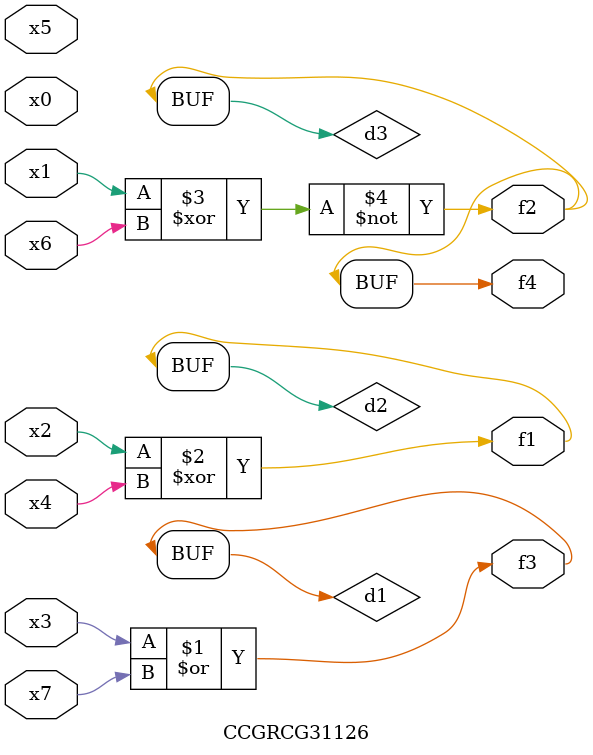
<source format=v>
module CCGRCG31126(
	input x0, x1, x2, x3, x4, x5, x6, x7,
	output f1, f2, f3, f4
);

	wire d1, d2, d3;

	or (d1, x3, x7);
	xor (d2, x2, x4);
	xnor (d3, x1, x6);
	assign f1 = d2;
	assign f2 = d3;
	assign f3 = d1;
	assign f4 = d3;
endmodule

</source>
